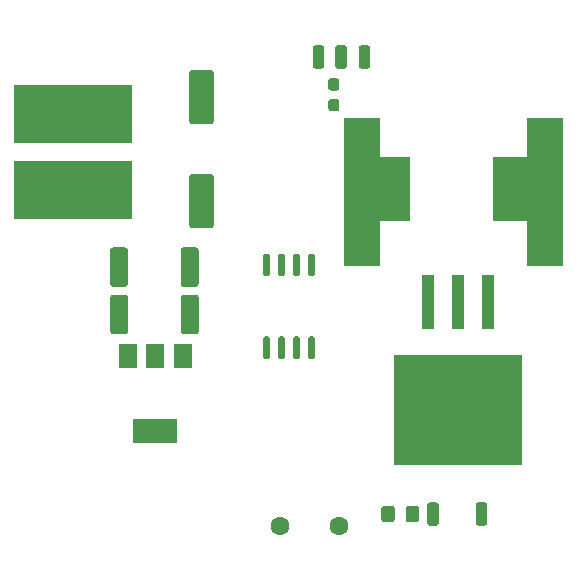
<source format=gbr>
%TF.GenerationSoftware,KiCad,Pcbnew,(5.1.6-0-10_14)*%
%TF.CreationDate,2021-01-01T01:37:36+01:00*%
%TF.ProjectId,driver,64726976-6572-42e6-9b69-6361645f7063,rev?*%
%TF.SameCoordinates,Original*%
%TF.FileFunction,Soldermask,Top*%
%TF.FilePolarity,Negative*%
%FSLAX46Y46*%
G04 Gerber Fmt 4.6, Leading zero omitted, Abs format (unit mm)*
G04 Created by KiCad (PCBNEW (5.1.6-0-10_14)) date 2021-01-01 01:37:36*
%MOMM*%
%LPD*%
G01*
G04 APERTURE LIST*
%ADD10C,1.600000*%
%ADD11R,1.100000X4.600000*%
%ADD12R,10.800000X9.400000*%
%ADD13R,10.000000X5.000000*%
%ADD14R,3.150000X12.500000*%
%ADD15R,2.900000X5.400000*%
%ADD16R,3.800000X2.000000*%
%ADD17R,1.500000X2.000000*%
G04 APERTURE END LIST*
D10*
%TO.C,C3*%
X54100000Y-69800000D03*
X49100000Y-69800000D03*
%TD*%
%TO.C,C4*%
G36*
G01*
X43300000Y-44600000D02*
X41700000Y-44600000D01*
G75*
G02*
X41450000Y-44350000I0J250000D01*
G01*
X41450000Y-40250000D01*
G75*
G02*
X41700000Y-40000000I250000J0D01*
G01*
X43300000Y-40000000D01*
G75*
G02*
X43550000Y-40250000I0J-250000D01*
G01*
X43550000Y-44350000D01*
G75*
G02*
X43300000Y-44600000I-250000J0D01*
G01*
G37*
G36*
G01*
X43300000Y-35800000D02*
X41700000Y-35800000D01*
G75*
G02*
X41450000Y-35550000I0J250000D01*
G01*
X41450000Y-31450000D01*
G75*
G02*
X41700000Y-31200000I250000J0D01*
G01*
X43300000Y-31200000D01*
G75*
G02*
X43550000Y-31450000I0J-250000D01*
G01*
X43550000Y-35550000D01*
G75*
G02*
X43300000Y-35800000I-250000J0D01*
G01*
G37*
%TD*%
D11*
%TO.C,D1*%
X66740000Y-50850000D03*
X64200000Y-50850000D03*
X61660000Y-50850000D03*
D12*
X64200000Y-60000000D03*
%TD*%
D13*
%TO.C,GND1*%
X31600000Y-34900000D03*
%TD*%
%TO.C,GND2*%
G36*
G01*
X51900000Y-30850000D02*
X51900000Y-29350000D01*
G75*
G02*
X52150000Y-29100000I250000J0D01*
G01*
X52650000Y-29100000D01*
G75*
G02*
X52900000Y-29350000I0J-250000D01*
G01*
X52900000Y-30850000D01*
G75*
G02*
X52650000Y-31100000I-250000J0D01*
G01*
X52150000Y-31100000D01*
G75*
G02*
X51900000Y-30850000I0J250000D01*
G01*
G37*
%TD*%
%TO.C,JLED+1*%
G36*
G01*
X65700000Y-69550000D02*
X65700000Y-68050000D01*
G75*
G02*
X65950000Y-67800000I250000J0D01*
G01*
X66450000Y-67800000D01*
G75*
G02*
X66700000Y-68050000I0J-250000D01*
G01*
X66700000Y-69550000D01*
G75*
G02*
X66450000Y-69800000I-250000J0D01*
G01*
X65950000Y-69800000D01*
G75*
G02*
X65700000Y-69550000I0J250000D01*
G01*
G37*
%TD*%
%TO.C,JLED-1*%
G36*
G01*
X61600000Y-69550000D02*
X61600000Y-68050000D01*
G75*
G02*
X61850000Y-67800000I250000J0D01*
G01*
X62350000Y-67800000D01*
G75*
G02*
X62600000Y-68050000I0J-250000D01*
G01*
X62600000Y-69550000D01*
G75*
G02*
X62350000Y-69800000I-250000J0D01*
G01*
X61850000Y-69800000D01*
G75*
G02*
X61600000Y-69550000I0J250000D01*
G01*
G37*
%TD*%
D14*
%TO.C,L1*%
X56075000Y-41550000D03*
X71575000Y-41550000D03*
%TD*%
D15*
%TO.C,L2*%
X58750000Y-41300000D03*
X68650000Y-41300000D03*
%TD*%
%TO.C,PWMin1*%
G36*
G01*
X53800000Y-30850000D02*
X53800000Y-29350000D01*
G75*
G02*
X54050000Y-29100000I250000J0D01*
G01*
X54550000Y-29100000D01*
G75*
G02*
X54800000Y-29350000I0J-250000D01*
G01*
X54800000Y-30850000D01*
G75*
G02*
X54550000Y-31100000I-250000J0D01*
G01*
X54050000Y-31100000D01*
G75*
G02*
X53800000Y-30850000I0J250000D01*
G01*
G37*
%TD*%
D16*
%TO.C,Q1*%
X38600000Y-61750000D03*
D17*
X38600000Y-55450000D03*
X36300000Y-55450000D03*
X40900000Y-55450000D03*
%TD*%
%TO.C,Rfb1*%
G36*
G01*
X60925000Y-68349999D02*
X60925000Y-69250001D01*
G75*
G02*
X60675001Y-69500000I-249999J0D01*
G01*
X60024999Y-69500000D01*
G75*
G02*
X59775000Y-69250001I0J249999D01*
G01*
X59775000Y-68349999D01*
G75*
G02*
X60024999Y-68100000I249999J0D01*
G01*
X60675001Y-68100000D01*
G75*
G02*
X60925000Y-68349999I0J-249999D01*
G01*
G37*
G36*
G01*
X58875000Y-68349999D02*
X58875000Y-69250001D01*
G75*
G02*
X58625001Y-69500000I-249999J0D01*
G01*
X57974999Y-69500000D01*
G75*
G02*
X57725000Y-69250001I0J249999D01*
G01*
X57725000Y-68349999D01*
G75*
G02*
X57974999Y-68100000I249999J0D01*
G01*
X58625001Y-68100000D01*
G75*
G02*
X58875000Y-68349999I0J-249999D01*
G01*
G37*
%TD*%
%TO.C,Rocp1*%
G36*
G01*
X34762500Y-53325001D02*
X34762500Y-50474999D01*
G75*
G02*
X35012499Y-50225000I249999J0D01*
G01*
X36037501Y-50225000D01*
G75*
G02*
X36287500Y-50474999I0J-249999D01*
G01*
X36287500Y-53325001D01*
G75*
G02*
X36037501Y-53575000I-249999J0D01*
G01*
X35012499Y-53575000D01*
G75*
G02*
X34762500Y-53325001I0J249999D01*
G01*
G37*
G36*
G01*
X40737500Y-53325001D02*
X40737500Y-50474999D01*
G75*
G02*
X40987499Y-50225000I249999J0D01*
G01*
X42012501Y-50225000D01*
G75*
G02*
X42262500Y-50474999I0J-249999D01*
G01*
X42262500Y-53325001D01*
G75*
G02*
X42012501Y-53575000I-249999J0D01*
G01*
X40987499Y-53575000D01*
G75*
G02*
X40737500Y-53325001I0J249999D01*
G01*
G37*
%TD*%
%TO.C,Rocp2*%
G36*
G01*
X40725000Y-49325001D02*
X40725000Y-46474999D01*
G75*
G02*
X40974999Y-46225000I249999J0D01*
G01*
X42000001Y-46225000D01*
G75*
G02*
X42250000Y-46474999I0J-249999D01*
G01*
X42250000Y-49325001D01*
G75*
G02*
X42000001Y-49575000I-249999J0D01*
G01*
X40974999Y-49575000D01*
G75*
G02*
X40725000Y-49325001I0J249999D01*
G01*
G37*
G36*
G01*
X34750000Y-49325001D02*
X34750000Y-46474999D01*
G75*
G02*
X34999999Y-46225000I249999J0D01*
G01*
X36025001Y-46225000D01*
G75*
G02*
X36275000Y-46474999I0J-249999D01*
G01*
X36275000Y-49325001D01*
G75*
G02*
X36025001Y-49575000I-249999J0D01*
G01*
X34999999Y-49575000D01*
G75*
G02*
X34750000Y-49325001I0J249999D01*
G01*
G37*
%TD*%
%TO.C,RPWM1*%
G36*
G01*
X53462500Y-31900000D02*
X53937500Y-31900000D01*
G75*
G02*
X54175000Y-32137500I0J-237500D01*
G01*
X54175000Y-32712500D01*
G75*
G02*
X53937500Y-32950000I-237500J0D01*
G01*
X53462500Y-32950000D01*
G75*
G02*
X53225000Y-32712500I0J237500D01*
G01*
X53225000Y-32137500D01*
G75*
G02*
X53462500Y-31900000I237500J0D01*
G01*
G37*
G36*
G01*
X53462500Y-33650000D02*
X53937500Y-33650000D01*
G75*
G02*
X54175000Y-33887500I0J-237500D01*
G01*
X54175000Y-34462500D01*
G75*
G02*
X53937500Y-34700000I-237500J0D01*
G01*
X53462500Y-34700000D01*
G75*
G02*
X53225000Y-34462500I0J237500D01*
G01*
X53225000Y-33887500D01*
G75*
G02*
X53462500Y-33650000I237500J0D01*
G01*
G37*
%TD*%
%TO.C,U1*%
G36*
G01*
X51655000Y-46750000D02*
X51955000Y-46750000D01*
G75*
G02*
X52105000Y-46900000I0J-150000D01*
G01*
X52105000Y-48500000D01*
G75*
G02*
X51955000Y-48650000I-150000J0D01*
G01*
X51655000Y-48650000D01*
G75*
G02*
X51505000Y-48500000I0J150000D01*
G01*
X51505000Y-46900000D01*
G75*
G02*
X51655000Y-46750000I150000J0D01*
G01*
G37*
G36*
G01*
X50385000Y-46750000D02*
X50685000Y-46750000D01*
G75*
G02*
X50835000Y-46900000I0J-150000D01*
G01*
X50835000Y-48500000D01*
G75*
G02*
X50685000Y-48650000I-150000J0D01*
G01*
X50385000Y-48650000D01*
G75*
G02*
X50235000Y-48500000I0J150000D01*
G01*
X50235000Y-46900000D01*
G75*
G02*
X50385000Y-46750000I150000J0D01*
G01*
G37*
G36*
G01*
X49115000Y-46750000D02*
X49415000Y-46750000D01*
G75*
G02*
X49565000Y-46900000I0J-150000D01*
G01*
X49565000Y-48500000D01*
G75*
G02*
X49415000Y-48650000I-150000J0D01*
G01*
X49115000Y-48650000D01*
G75*
G02*
X48965000Y-48500000I0J150000D01*
G01*
X48965000Y-46900000D01*
G75*
G02*
X49115000Y-46750000I150000J0D01*
G01*
G37*
G36*
G01*
X47845000Y-46750000D02*
X48145000Y-46750000D01*
G75*
G02*
X48295000Y-46900000I0J-150000D01*
G01*
X48295000Y-48500000D01*
G75*
G02*
X48145000Y-48650000I-150000J0D01*
G01*
X47845000Y-48650000D01*
G75*
G02*
X47695000Y-48500000I0J150000D01*
G01*
X47695000Y-46900000D01*
G75*
G02*
X47845000Y-46750000I150000J0D01*
G01*
G37*
G36*
G01*
X47845000Y-53750000D02*
X48145000Y-53750000D01*
G75*
G02*
X48295000Y-53900000I0J-150000D01*
G01*
X48295000Y-55500000D01*
G75*
G02*
X48145000Y-55650000I-150000J0D01*
G01*
X47845000Y-55650000D01*
G75*
G02*
X47695000Y-55500000I0J150000D01*
G01*
X47695000Y-53900000D01*
G75*
G02*
X47845000Y-53750000I150000J0D01*
G01*
G37*
G36*
G01*
X49115000Y-53750000D02*
X49415000Y-53750000D01*
G75*
G02*
X49565000Y-53900000I0J-150000D01*
G01*
X49565000Y-55500000D01*
G75*
G02*
X49415000Y-55650000I-150000J0D01*
G01*
X49115000Y-55650000D01*
G75*
G02*
X48965000Y-55500000I0J150000D01*
G01*
X48965000Y-53900000D01*
G75*
G02*
X49115000Y-53750000I150000J0D01*
G01*
G37*
G36*
G01*
X50385000Y-53750000D02*
X50685000Y-53750000D01*
G75*
G02*
X50835000Y-53900000I0J-150000D01*
G01*
X50835000Y-55500000D01*
G75*
G02*
X50685000Y-55650000I-150000J0D01*
G01*
X50385000Y-55650000D01*
G75*
G02*
X50235000Y-55500000I0J150000D01*
G01*
X50235000Y-53900000D01*
G75*
G02*
X50385000Y-53750000I150000J0D01*
G01*
G37*
G36*
G01*
X51655000Y-53750000D02*
X51955000Y-53750000D01*
G75*
G02*
X52105000Y-53900000I0J-150000D01*
G01*
X52105000Y-55500000D01*
G75*
G02*
X51955000Y-55650000I-150000J0D01*
G01*
X51655000Y-55650000D01*
G75*
G02*
X51505000Y-55500000I0J150000D01*
G01*
X51505000Y-53900000D01*
G75*
G02*
X51655000Y-53750000I150000J0D01*
G01*
G37*
%TD*%
D13*
%TO.C,Vin1*%
X31600000Y-41400000D03*
%TD*%
%TO.C,Vin2*%
G36*
G01*
X55800000Y-30850000D02*
X55800000Y-29350000D01*
G75*
G02*
X56050000Y-29100000I250000J0D01*
G01*
X56550000Y-29100000D01*
G75*
G02*
X56800000Y-29350000I0J-250000D01*
G01*
X56800000Y-30850000D01*
G75*
G02*
X56550000Y-31100000I-250000J0D01*
G01*
X56050000Y-31100000D01*
G75*
G02*
X55800000Y-30850000I0J250000D01*
G01*
G37*
%TD*%
M02*

</source>
